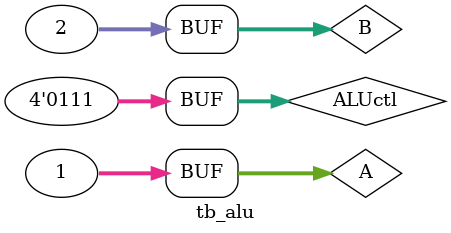
<source format=v>
`timescale 1ns / 1ps


module tb_alu();

    reg [3:0] ALUctl;
    reg [31:0] A, B;
    wire [31:0] ALUOut;
    wire Zero;
    
    alu my_alu(.ALUctl(ALUctl), .A(A), .B(B), .ALUOut(ALUOut), .Zero(Zero));
    
    initial begin
        A = 60;
        B = 60;
        ALUctl = 2;
        #20
        A = 8'hFFFFFFFF;
        B = 8'h0000FFFF;
        ALUctl = 0;
        #20
        A = 8'hFFFF0000;
        B = 8'h0000FFFF;
        ALUctl = 1;
        #20
        A = 60;
        B = 60;
        ALUctl = 6; // Flag Zero==1
        #20
        A = 0;
        B = 0;
        ALUctl = 12;
        #20
        A = 1;
        B = 2;
        ALUctl = 7;    
    end
    
endmodule

</source>
